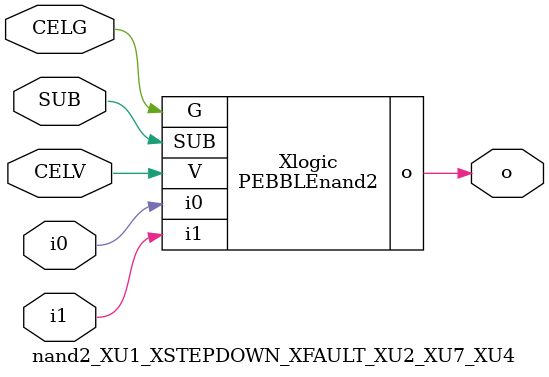
<source format=v>



module PEBBLEnand2 ( o, G, SUB, V, i0, i1 );

  input i0;
  input V;
  input i1;
  input G;
  output o;
  input SUB;
endmodule

//Celera Confidential Do Not Copy nand2_XU1_XSTEPDOWN_XFAULT_XU2_XU7_XU4
//Celera Confidential Symbol Generator
//5V NAND2
module nand2_XU1_XSTEPDOWN_XFAULT_XU2_XU7_XU4 (CELV,CELG,i0,i1,o,SUB);
input CELV;
input CELG;
input i0;
input i1;
input SUB;
output o;

//Celera Confidential Do Not Copy nand2
PEBBLEnand2 Xlogic(
.V (CELV),
.i0 (i0),
.i1 (i1),
.o (o),
.SUB (SUB),
.G (CELG)
);
//,diesize,PEBBLEnand2

//Celera Confidential Do Not Copy Module End
//Celera Schematic Generator
endmodule

</source>
